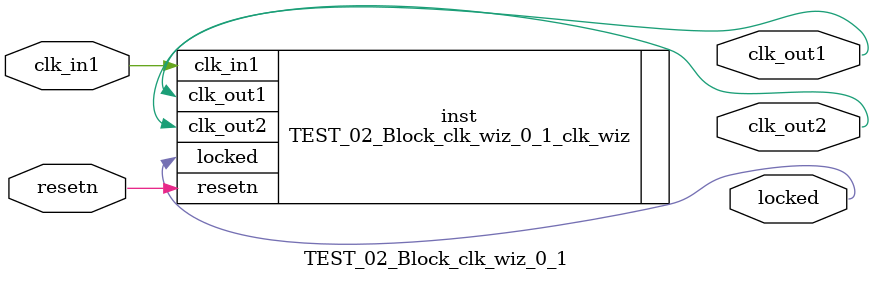
<source format=v>


`timescale 1ps/1ps

(* CORE_GENERATION_INFO = "TEST_02_Block_clk_wiz_0_1,clk_wiz_v6_0_6_0_0,{component_name=TEST_02_Block_clk_wiz_0_1,use_phase_alignment=false,use_min_o_jitter=false,use_max_i_jitter=false,use_dyn_phase_shift=false,use_inclk_switchover=false,use_dyn_reconfig=false,enable_axi=0,feedback_source=FDBK_AUTO,PRIMITIVE=PLL,num_out_clk=2,clkin1_period=10.000,clkin2_period=10.000,use_power_down=false,use_reset=true,use_locked=true,use_inclk_stopped=false,feedback_type=SINGLE,CLOCK_MGR_TYPE=NA,manual_override=false}" *)

module TEST_02_Block_clk_wiz_0_1 
 (
  // Clock out ports
  output        clk_out1,
  output        clk_out2,
  // Status and control signals
  input         resetn,
  output        locked,
 // Clock in ports
  input         clk_in1
 );

  TEST_02_Block_clk_wiz_0_1_clk_wiz inst
  (
  // Clock out ports  
  .clk_out1(clk_out1),
  .clk_out2(clk_out2),
  // Status and control signals               
  .resetn(resetn), 
  .locked(locked),
 // Clock in ports
  .clk_in1(clk_in1)
  );

endmodule

</source>
